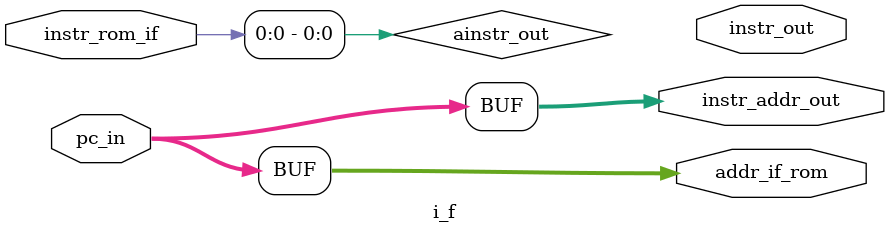
<source format=v>
module i_f(
    input wire [31:0]pc_in,
    input wire [31:0]instr_rom_if,

    output wire [31:0]addr_if_rom,
    output wire [31:0]instr_out,
    output wire [31:0]instr_addr_out
);
    assign addr_if_rom = pc_in;

    assign instr_addr_out = pc_in;

    assign ainstr_out = instr_rom_if;
    
endmodule
</source>
